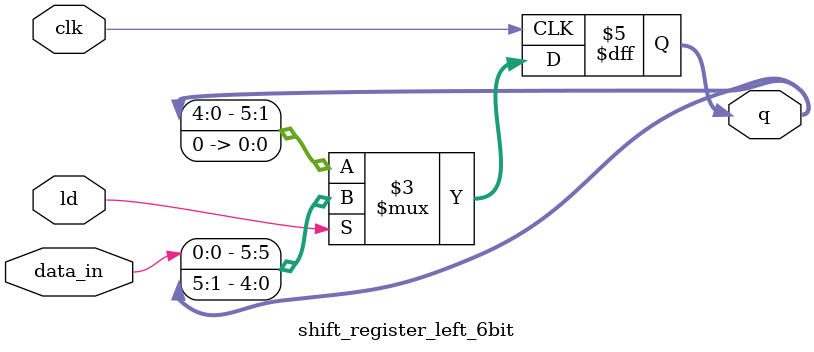
<source format=v>
module shift_register_left_6bit(
    output reg [5:0] q,
    input wire clk,
    input wire ld,
    input wire data_in
);
    always @(posedge clk) begin
        if (ld) begin
            q <= {data_in, q[5:1]}; // Desloca para a esquerda, insere data_in no bit 0
        end else begin
            q <= {q[4:0], 1'b0}; // Desloca para a esquerda, insere 0 no bit 0
        end
    end
endmodule

</source>
